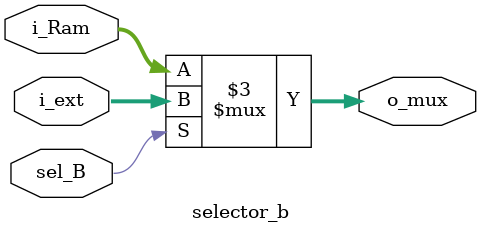
<source format=v>
`timescale 10ns / 10ns

module selector_b   #(
    parameter   E_BITS      =   16
)
(
    input   wire                    sel_B   ,   //  Bits que sellecionan la salida del multiplexor
    input   wire    [E_BITS-1:0]    i_Ram   ,   //  Entrada de datos que provienen de la RAM
    input   wire    [E_BITS-1:0]    i_ext   ,   //  Entrada de la salida del externsor de se;al
    output  reg     [E_BITS-1:0]    o_mux
);

always @*
    begin
        if  (sel_B)
            o_mux   =   i_ext   ;
        else
            o_mux   =   i_Ram   ;
    end
endmodule

</source>
